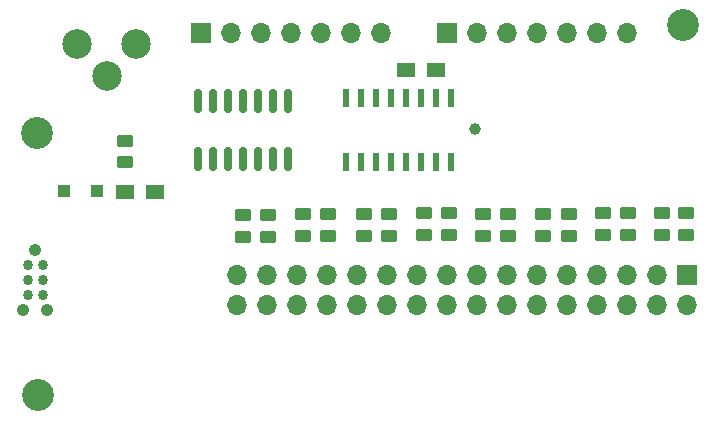
<source format=gts>
G04 #@! TF.GenerationSoftware,KiCad,Pcbnew,(6.0.2)*
G04 #@! TF.CreationDate,2022-06-23T21:17:51+02:00*
G04 #@! TF.ProjectId,EightChannel,45696768-7443-4686-916e-6e656c2e6b69,rev?*
G04 #@! TF.SameCoordinates,Original*
G04 #@! TF.FileFunction,Soldermask,Top*
G04 #@! TF.FilePolarity,Negative*
%FSLAX46Y46*%
G04 Gerber Fmt 4.6, Leading zero omitted, Abs format (unit mm)*
G04 Created by KiCad (PCBNEW (6.0.2)) date 2022-06-23 21:17:51*
%MOMM*%
%LPD*%
G01*
G04 APERTURE LIST*
G04 Aperture macros list*
%AMRoundRect*
0 Rectangle with rounded corners*
0 $1 Rounding radius*
0 $2 $3 $4 $5 $6 $7 $8 $9 X,Y pos of 4 corners*
0 Add a 4 corners polygon primitive as box body*
4,1,4,$2,$3,$4,$5,$6,$7,$8,$9,$2,$3,0*
0 Add four circle primitives for the rounded corners*
1,1,$1+$1,$2,$3*
1,1,$1+$1,$4,$5*
1,1,$1+$1,$6,$7*
1,1,$1+$1,$8,$9*
0 Add four rect primitives between the rounded corners*
20,1,$1+$1,$2,$3,$4,$5,0*
20,1,$1+$1,$4,$5,$6,$7,0*
20,1,$1+$1,$6,$7,$8,$9,0*
20,1,$1+$1,$8,$9,$2,$3,0*%
G04 Aperture macros list end*
%ADD10R,1.500000X1.250000*%
%ADD11R,1.100000X1.100000*%
%ADD12C,1.066800*%
%ADD13C,0.863600*%
%ADD14C,2.500000*%
%ADD15R,1.700000X1.700000*%
%ADD16O,1.700000X1.700000*%
%ADD17RoundRect,0.250000X-0.450000X0.262500X-0.450000X-0.262500X0.450000X-0.262500X0.450000X0.262500X0*%
%ADD18RoundRect,0.250000X0.450000X-0.262500X0.450000X0.262500X-0.450000X0.262500X-0.450000X-0.262500X0*%
%ADD19R,0.600000X1.500000*%
%ADD20RoundRect,0.150000X0.150000X-0.825000X0.150000X0.825000X-0.150000X0.825000X-0.150000X-0.825000X0*%
%ADD21C,2.700000*%
%ADD22C,1.000000*%
G04 APERTURE END LIST*
D10*
X121070000Y-60330000D03*
X123570000Y-60330000D03*
X144872000Y-49969600D03*
X147372000Y-49969600D03*
D11*
X118720000Y-60230000D03*
X115920000Y-60230000D03*
D12*
X113469995Y-65240004D03*
X112453995Y-70320004D03*
X114485995Y-70320004D03*
D13*
X112834995Y-66510004D03*
X114104995Y-66510004D03*
X112834995Y-67780004D03*
X114104995Y-67780004D03*
X112834995Y-69050004D03*
X114104995Y-69050004D03*
D14*
X122020000Y-47730000D03*
X117020000Y-47730000D03*
X119520000Y-50430000D03*
D15*
X148320000Y-46830000D03*
D16*
X150860000Y-46830000D03*
X153400000Y-46830000D03*
X155940000Y-46830000D03*
X158480000Y-46830000D03*
X161020000Y-46830000D03*
X163560000Y-46830000D03*
D15*
X127520000Y-46830000D03*
D16*
X130060000Y-46830000D03*
X132600000Y-46830000D03*
X135140000Y-46830000D03*
X137680000Y-46830000D03*
X140220000Y-46830000D03*
X142760000Y-46830000D03*
D15*
X168670000Y-67280000D03*
D16*
X168670000Y-69820000D03*
X166130000Y-67280000D03*
X166130000Y-69820000D03*
X163590000Y-67280000D03*
X163590000Y-69820000D03*
X161050000Y-67280000D03*
X161050000Y-69820000D03*
X158510000Y-67280000D03*
X158510000Y-69820000D03*
X155970000Y-67280000D03*
X155970000Y-69820000D03*
X153430000Y-67280000D03*
X153430000Y-69820000D03*
X150890000Y-67280000D03*
X150890000Y-69820000D03*
X148350000Y-67280000D03*
X148350000Y-69820000D03*
X145810000Y-67280000D03*
X145810000Y-69820000D03*
X143270000Y-67280000D03*
X143270000Y-69820000D03*
X140730000Y-67280000D03*
X140730000Y-69820000D03*
X138190000Y-67280000D03*
X138190000Y-69820000D03*
X135650000Y-67280000D03*
X135650000Y-69820000D03*
X133110000Y-67280000D03*
X133110000Y-69820000D03*
X130570000Y-67280000D03*
X130570000Y-69820000D03*
D17*
X121070000Y-55967500D03*
X121070000Y-57792500D03*
D18*
X133170000Y-64102500D03*
X133170000Y-62277500D03*
X138270000Y-64002500D03*
X138270000Y-62177500D03*
X143370000Y-64002500D03*
X143370000Y-62177500D03*
X148470000Y-63902500D03*
X148470000Y-62077500D03*
X153470000Y-64002499D03*
X153470000Y-62177499D03*
D17*
X131070000Y-62267500D03*
X131070000Y-64092500D03*
X136170000Y-62177500D03*
X136170000Y-64002500D03*
X141270000Y-62177500D03*
X141270000Y-64002500D03*
X146370000Y-62077500D03*
X146370000Y-63902500D03*
X151370000Y-62177500D03*
X151370000Y-64002500D03*
D19*
X139805000Y-57720000D03*
X141075000Y-57720000D03*
X142345000Y-57720000D03*
X143615000Y-57720000D03*
X144885000Y-57720000D03*
X146155000Y-57720000D03*
X147425000Y-57720000D03*
X148695000Y-57720000D03*
X148695000Y-52320000D03*
X147425000Y-52320000D03*
X146155000Y-52320000D03*
X144885000Y-52320000D03*
X143615000Y-52320000D03*
X142345000Y-52320000D03*
X141075000Y-52320000D03*
X139805000Y-52320000D03*
D20*
X127199000Y-57524600D03*
X128469000Y-57524600D03*
X129739000Y-57524600D03*
X131009000Y-57524600D03*
X132279000Y-57524600D03*
X133549000Y-57524600D03*
X134819000Y-57524600D03*
X134819000Y-52574600D03*
X133549000Y-52574600D03*
X132279000Y-52574600D03*
X131009000Y-52574600D03*
X129739000Y-52574600D03*
X128469000Y-52574600D03*
X127199000Y-52574600D03*
D21*
X113620000Y-55280000D03*
D17*
X156470000Y-62177500D03*
X156470000Y-64002500D03*
D21*
X113670000Y-77480000D03*
D17*
X161570000Y-62077500D03*
X161570000Y-63902500D03*
D18*
X163670000Y-63902500D03*
X163670000Y-62077500D03*
D22*
X150670000Y-54980000D03*
D18*
X158670000Y-64002500D03*
X158670000Y-62177500D03*
D17*
X168599289Y-62103947D03*
X168599289Y-63928947D03*
D18*
X166499290Y-63928947D03*
X166499290Y-62103947D03*
D21*
X168320000Y-46180000D03*
M02*

</source>
